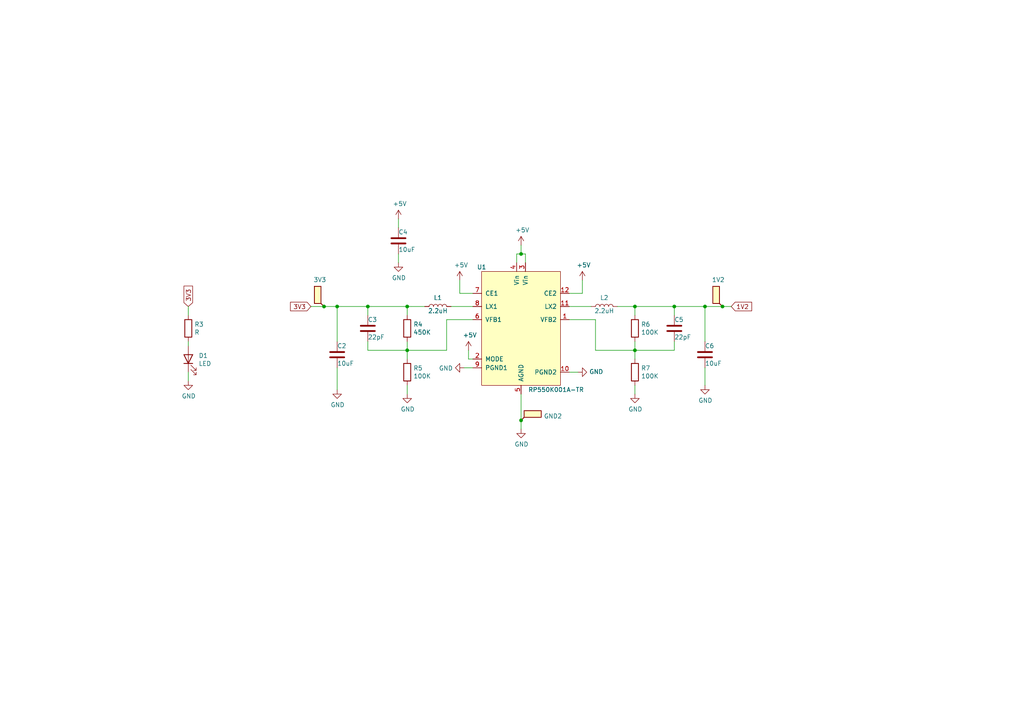
<source format=kicad_sch>
(kicad_sch (version 20211123) (generator eeschema)
  (paper "A4")
  (title_block (title "LoRa Dongle") (company "Mark Njoroge"))
  (lib_symbols
    (symbol "Connector:TestPoint_Flag" (pin_numbers hide) (pin_names (offset 0.762) hide)
      (property "Reference" "TP" (at 3.429 1.778 0))
      (property "Value" "TestPoint_Flag" (at 3.302 4.191 0))
      (symbol "TestPoint_Flag_0_1"
        (polyline (pts (xy 0 0) (xy 0.889 0.889)) (stroke (width 0.254)))
        (rectangle (start 0.889 2.794) (end 5.842 0.889) (stroke (width 0.254)) (fill (type background)))
      )
      (symbol "TestPoint_Flag_1_1"
        (pin passive line (at 0 0 90) (length 0) (name "1") (number "1"))
      )
    )
    (symbol "Device:C" (pin_numbers hide) (pin_names (offset 0.254))
      (property "Reference" "C" (at 0.635 2.54 0))
      (property "Value" "C" (at 0.635 -2.54 0))
      (symbol "C_0_1"
        (polyline (pts (xy -2.032 -0.762) (xy 2.032 -0.762)) (stroke (width 0.508)))
        (polyline (pts (xy -2.032 0.762) (xy 2.032 0.762)) (stroke (width 0.508)))
      )
      (symbol "C_1_1"
        (pin passive line (at 0 3.81 270) (length 2.794) (name "~") (number "1"))
        (pin passive line (at 0 -3.81 90) (length 2.794) (name "~") (number "2"))
      )
    )
    (symbol "Device:L" (pin_numbers hide) (pin_names (offset 1.016) hide)
      (property "Reference" "L" (at -1.27 0 90))
      (property "Value" "L" (at 1.905 0 90))
      (symbol "L_0_1"
        (arc (start 0 -2.54) (mid 0.635 -1.905) (end 0 -1.27))
        (arc (start 0 -1.27) (mid 0.635 -0.635) (end 0 0))
        (arc (start 0 0) (mid 0.635 0.635) (end 0 1.27))
        (arc (start 0 1.27) (mid 0.635 1.905) (end 0 2.54))
      )
      (symbol "L_1_1"
        (pin passive line (at 0 3.81 270) (length 1.27) (name "1") (number "1"))
        (pin passive line (at 0 -3.81 90) (length 1.27) (name "2") (number "2"))
      )
    )
    (symbol "Device:LED" (pin_numbers hide) (pin_names (offset 1.016) hide)
      (property "Reference" "D" (at 0 2.54 0))
      (property "Value" "LED" (at 0 -2.54 0))
      (symbol "LED_0_1"
        (polyline (pts (xy -1.27 -1.27) (xy -1.27 1.27)) (stroke (width 0.254)))
        (polyline (pts (xy -1.27 0) (xy 1.27 0)))
        (polyline (pts (xy 1.27 -1.27) (xy 1.27 1.27) (xy -1.27 0) (xy 1.27 -1.27)) (stroke (width 0.254)))
        (polyline (pts (xy -3.048 -0.762) (xy -4.572 -2.286) (xy -3.81 -2.286) (xy -4.572 -2.286) (xy -4.572 -1.524)))
        (polyline (pts (xy -1.778 -0.762) (xy -3.302 -2.286) (xy -2.54 -2.286) (xy -3.302 -2.286) (xy -3.302 -1.524)))
      )
      (symbol "LED_1_1"
        (pin passive line (at -3.81 0 0) (length 2.54) (name "K") (number "1"))
        (pin passive line (at 3.81 0 180) (length 2.54) (name "A") (number "2"))
      )
    )
    (symbol "Device:R" (pin_numbers hide) (pin_names (offset 0))
      (property "Reference" "R" (at 2.032 0 90))
      (property "Value" "R" (at 0 0 90))
      (symbol "R_0_1"
        (rectangle (start -1.016 -2.54) (end 1.016 2.54) (stroke (width 0.254)))
      )
      (symbol "R_1_1"
        (pin passive line (at 0 3.81 270) (length 1.27) (name "~") (number "1"))
        (pin passive line (at 0 -3.81 90) (length 1.27) (name "~") (number "2"))
      )
    )
    (symbol "LoRaDongle:RP550K0001A-TR" (pin_names (offset 1.016))
      (property "Reference" "U" (at -11.43 19.05 0))
      (property "Value" "RP550K0001A-TR" (at 13.97 19.05 0))
      (symbol "RP550K0001A-TR_0_1"
        (rectangle (start -11.43 17.78) (end 11.43 -15.24) (fill (type background)))
      )
      (symbol "RP550K0001A-TR_1_1"
        (pin passive line (at 13.97 3.81 180) (length 2.54) (name "VFB2") (number "1"))
        (pin input line (at 13.97 -11.43 180) (length 2.54) (name "PGND2") (number "10"))
        (pin passive line (at 13.97 7.62 180) (length 2.54) (name "LX2") (number "11"))
        (pin input line (at 13.97 11.43 180) (length 2.54) (name "CE2") (number "12"))
        (pin input line (at -13.97 -7.62 0) (length 2.54) (name "MODE") (number "2"))
        (pin input line (at 1.27 20.32 270) (length 2.54) (name "Vin") (number "3"))
        (pin input line (at -1.27 20.32 270) (length 2.54) (name "Vin") (number "4"))
        (pin input line (at 0 -17.78 90) (length 2.54) (name "AGND") (number "5"))
        (pin passive line (at -13.97 3.81 0) (length 2.54) (name "VFB1") (number "6"))
        (pin input line (at -13.97 11.43 0) (length 2.54) (name "CE1") (number "7"))
        (pin passive line (at -13.97 7.62 0) (length 2.54) (name "LX1") (number "8"))
        (pin input line (at -13.97 -10.16 0) (length 2.54) (name "PGND1") (number "9"))
      )
    )
    (symbol "power:+5V" (power) (pin_names (offset 0))
      (property "Value" "+5V" (at 0 3.556 0))
      (symbol "+5V_0_1"
        (polyline (pts (xy -0.762 1.27) (xy 0 2.54)))
        (polyline (pts (xy 0 0) (xy 0 2.54)))
        (polyline (pts (xy 0 2.54) (xy 0.762 1.27)))
      )
      (symbol "+5V_1_1"
        (pin power_in line (at 0 0 90) (length 0) hide (name "+5V") (number "1"))
      )
    )
    (symbol "power:GND" (power) (pin_names (offset 0))
      (property "Value" "GND" (at 0 -3.81 0))
      (symbol "GND_0_1"
        (polyline (pts (xy 0 0) (xy 0 -1.27) (xy 1.27 -1.27) (xy 0 -2.54) (xy -1.27 -1.27) (xy 0 -1.27)))
      )
      (symbol "GND_1_1"
        (pin power_in line (at 0 0 270) (length 0) hide (name "GND") (number "1"))
      )
    )
  )
  (junction (at 204.47 88.9))
  (junction (at 106.68 88.9))
  (junction (at 184.15 101.6))
  (junction (at 118.11 88.9))
  (junction (at 151.13 73.66))
  (junction (at 118.11 101.6))
  (junction (at 184.15 88.9))
  (junction (at 195.58 88.9))
  (junction (at 151.13 121.92))
  (junction (at 93.98 88.9))
  (junction (at 97.79 88.9))
  (junction (at 209.55 88.9))
  (wire (pts (xy 151.13 121.92) (xy 151.13 124.46)))
  (wire (pts (xy 204.47 88.9) (xy 209.55 88.9)))
  (wire (pts (xy 165.1 92.71) (xy 172.72 92.71)))
  (wire (pts (xy 137.16 104.14) (xy 135.89 104.14)))
  (wire (pts (xy 184.15 88.9) (xy 184.15 91.44)))
  (wire (pts (xy 172.72 92.71) (xy 172.72 101.6)))
  (wire (pts (xy 115.57 76.2) (xy 115.57 73.66)))
  (wire (pts (xy 115.57 66.04) (xy 115.57 63.5)))
  (wire (pts (xy 179.07 88.9) (xy 184.15 88.9)))
  (wire (pts (xy 118.11 111.76) (xy 118.11 114.3)))
  (wire (pts (xy 54.61 91.44) (xy 54.61 88.9)))
  (wire (pts (xy 118.11 101.6) (xy 118.11 104.14)))
  (wire (pts (xy 149.86 73.66) (xy 151.13 73.66)))
  (wire (pts (xy 118.11 99.06) (xy 118.11 101.6)))
  (wire (pts (xy 195.58 88.9) (xy 204.47 88.9)))
  (wire (pts (xy 106.68 99.06) (xy 106.68 101.6)))
  (wire (pts (xy 134.62 106.68) (xy 137.16 106.68)))
  (wire (pts (xy 195.58 101.6) (xy 195.58 99.06)))
  (wire (pts (xy 54.61 110.49) (xy 54.61 107.95)))
  (wire (pts (xy 152.4 76.2) (xy 152.4 73.66)))
  (wire (pts (xy 184.15 111.76) (xy 184.15 114.3)))
  (wire (pts (xy 118.11 88.9) (xy 118.11 91.44)))
  (wire (pts (xy 151.13 114.3) (xy 151.13 121.92)))
  (wire (pts (xy 97.79 113.03) (xy 97.79 106.68)))
  (wire (pts (xy 165.1 107.95) (xy 167.64 107.95)))
  (wire (pts (xy 93.98 88.9) (xy 97.79 88.9)))
  (wire (pts (xy 184.15 88.9) (xy 195.58 88.9)))
  (wire (pts (xy 172.72 101.6) (xy 184.15 101.6)))
  (wire (pts (xy 209.55 88.9) (xy 212.09 88.9)))
  (wire (pts (xy 195.58 91.44) (xy 195.58 88.9)))
  (wire (pts (xy 165.1 88.9) (xy 171.45 88.9)))
  (wire (pts (xy 123.19 88.9) (xy 118.11 88.9)))
  (wire (pts (xy 151.13 73.66) (xy 151.13 71.12)))
  (wire (pts (xy 204.47 88.9) (xy 204.47 99.06)))
  (wire (pts (xy 165.1 85.09) (xy 168.91 85.09)))
  (wire (pts (xy 97.79 88.9) (xy 106.68 88.9)))
  (wire (pts (xy 152.4 73.66) (xy 151.13 73.66)))
  (wire (pts (xy 204.47 106.68) (xy 204.47 111.76)))
  (wire (pts (xy 129.54 92.71) (xy 137.16 92.71)))
  (wire (pts (xy 106.68 88.9) (xy 106.68 91.44)))
  (wire (pts (xy 168.91 81.28) (xy 168.91 85.09)))
  (wire (pts (xy 118.11 101.6) (xy 129.54 101.6)))
  (wire (pts (xy 97.79 99.06) (xy 97.79 88.9)))
  (wire (pts (xy 184.15 99.06) (xy 184.15 101.6)))
  (wire (pts (xy 137.16 88.9) (xy 130.81 88.9)))
  (wire (pts (xy 90.17 88.9) (xy 93.98 88.9)))
  (wire (pts (xy 149.86 76.2) (xy 149.86 73.66)))
  (wire (pts (xy 106.68 88.9) (xy 118.11 88.9)))
  (wire (pts (xy 184.15 104.14) (xy 184.15 101.6)))
  (wire (pts (xy 135.89 101.6) (xy 135.89 104.14)))
  (wire (pts (xy 133.35 85.09) (xy 133.35 81.28)))
  (wire (pts (xy 184.15 101.6) (xy 195.58 101.6)))
  (wire (pts (xy 129.54 101.6) (xy 129.54 92.71)))
  (wire (pts (xy 54.61 100.33) (xy 54.61 99.06)))
  (wire (pts (xy 106.68 101.6) (xy 118.11 101.6)))
  (wire (pts (xy 137.16 85.09) (xy 133.35 85.09)))
  (global_label "3V3" (shape input) (at 90.17 88.9 180) (property "Intersheet References" "${INTERSHEET_REFS}" (effects hide)))
  (global_label "3V3" (shape input) (at 54.61 88.9 90) (property "Intersheet References" "${INTERSHEET_REFS}" (effects hide)))
  (global_label "1V2" (shape input) (at 212.09 88.9 0) (property "Intersheet References" "${INTERSHEET_REFS}" (effects hide)))
  (symbol (lib_id "LoRaDongle:RP550K0001A-TR") (at 151.13 96.52 0) (unit 1)
    (property "Reference" "U1" (at 139.7 77.47 0))
    (property "Value" "RP550K001A-TR" (at 161.29 113.03 0))
    (property "Footprint" "RP550K001A-TR_KiCad:SON50P270X300X60-13N" (effects hide))
    (property "Description" "BUCK DC/DC CONVERTER DUAL OUTPUT" (effects hide))
    (property "Manufacturer" "Nisshinbo Micro Devices Inc." (effects hide))
    (property "Manufacturer Part Number" "RP550K001A-TR" (effects hide))
    (property "Package" "DFN(PLP)2730-12" (effects hide))
    (property "Type" "SMD" (effects hide))
  )
  (symbol (lib_id "power:+5V") (at 151.13 71.12 0) (unit 1)
    (property "Reference" "#PWR0124" (effects hide))
    (property "Value" "+5V" (at 151.511 66.7258 0))
  )
  (symbol (lib_id "power:GND") (at 151.13 124.46 0) (unit 1)
    (property "Reference" "#PWR0125" (effects hide))
    (property "Value" "GND" (at 151.257 128.8542 0))
  )
  (symbol (lib_id "power:GND") (at 167.64 107.95 90) (unit 1)
    (property "Reference" "#PWR0126" (effects hide))
    (property "Value" "GND" (at 170.8912 107.823 90) (effects (justify right)))
  )
  (symbol (lib_id "power:GND") (at 134.62 106.68 270) (unit 1)
    (property "Reference" "#PWR0127" (effects hide))
    (property "Value" "GND" (at 131.3688 106.807 90) (effects (justify right)))
  )
  (symbol (lib_id "Device:R") (at 184.15 95.25 0) (unit 1)
    (property "Reference" "R6" (at 185.928 94.0816 0) (effects (justify left)))
    (property "Value" "100K" (at 185.928 96.393 0) (effects (justify left)))
    (property "Footprint" "Resistor_SMD:R_0402_1005Metric_Pad0.72x0.64mm_HandSolder" (effects hide))
  )
  (symbol (lib_id "Device:R") (at 184.15 107.95 0) (unit 1)
    (property "Reference" "R7" (at 185.928 106.7816 0) (effects (justify left)))
    (property "Value" "100K" (at 185.928 109.093 0) (effects (justify left)))
    (property "Footprint" "Resistor_SMD:R_0402_1005Metric_Pad0.72x0.64mm_HandSolder" (effects hide))
  )
  (symbol (lib_id "power:GND") (at 184.15 114.3 0) (unit 1)
    (property "Reference" "#PWR0128" (effects hide))
    (property "Value" "GND" (at 184.277 118.6942 0))
  )
  (symbol (lib_id "power:GND") (at 204.47 111.76 0) (unit 1)
    (property "Reference" "#PWR0129" (effects hide))
    (property "Value" "GND" (at 204.597 116.1542 0))
  )
  (symbol (lib_id "Device:R") (at 118.11 95.25 0) (unit 1)
    (property "Reference" "R4" (at 119.888 94.0816 0) (effects (justify left)))
    (property "Value" "450K" (at 119.888 96.393 0) (effects (justify left)))
    (property "Footprint" "Resistor_SMD:R_0402_1005Metric_Pad0.72x0.64mm_HandSolder" (effects hide))
  )
  (symbol (lib_id "Device:R") (at 118.11 107.95 0) (unit 1)
    (property "Reference" "R5" (at 119.888 106.7816 0) (effects (justify left)))
    (property "Value" "100K" (at 119.888 109.093 0) (effects (justify left)))
    (property "Footprint" "Resistor_SMD:R_0402_1005Metric_Pad0.72x0.64mm_HandSolder" (effects hide))
  )
  (symbol (lib_id "Device:C") (at 106.68 95.25 180) (unit 1)
    (property "Reference" "C3" (at 106.68 92.71 0) (effects (justify right)))
    (property "Value" "22pF" (at 106.68 97.79 0) (effects (justify right)))
    (property "Footprint" "Capacitor_SMD:C_0402_1005Metric_Pad0.74x0.62mm_HandSolder" (effects hide))
    (property "Part Number" "GRM1555C1H220FA01D" (effects hide))
    (property "Description" "CAP CER 22PF 50V C0G/NP0 0402" (effects hide))
    (property "Manufacturer" "Murata Electronics" (effects hide))
    (property "Manufacturer Part Number" "GRM1555C1H220FA01D" (effects hide))
    (property "Package" "0402" (effects hide))
    (property "Type" "SMD" (effects hide))
  )
  (symbol (lib_id "Device:C") (at 97.79 102.87 180) (unit 1)
    (property "Reference" "C2" (at 97.79 100.33 0) (effects (justify right)))
    (property "Value" "10uF" (at 97.79 105.41 0) (effects (justify right)))
    (property "Footprint" "Capacitor_SMD:C_0603_1608Metric_Pad1.08x0.95mm_HandSolder" (effects hide))
    (property "Part Number" "GRM188R61E106KA73J" (effects hide))
    (property "Physical size" "0603" (effects hide))
    (property "Manufacturer Part Number" "Out of Stock find New" (effects hide))
    (property "Package" "0603" (effects hide))
    (property "Type" "SMD" (effects hide))
  )
  (symbol (lib_id "power:GND") (at 118.11 114.3 0) (unit 1)
    (property "Reference" "#PWR0130" (effects hide))
    (property "Value" "GND" (at 118.237 118.6942 0))
  )
  (symbol (lib_id "power:GND") (at 97.79 113.03 0) (unit 1)
    (property "Reference" "#PWR0131" (effects hide))
    (property "Value" "GND" (at 97.917 117.4242 0))
  )
  (symbol (lib_id "power:+5V") (at 133.35 81.28 0) (unit 1)
    (property "Reference" "#PWR0132" (effects hide))
    (property "Value" "+5V" (at 133.731 76.8858 0))
  )
  (symbol (lib_id "power:+5V") (at 168.91 81.28 0) (unit 1)
    (property "Reference" "#PWR0133" (effects hide))
    (property "Value" "+5V" (at 169.291 76.8858 0))
  )
  (symbol (lib_id "power:+5V") (at 135.89 101.6 0) (unit 1)
    (property "Reference" "#PWR0134" (effects hide))
    (property "Value" "+5V" (at 136.271 97.2058 0))
  )
  (symbol (lib_id "power:+5V") (at 115.57 63.5 0) (unit 1)
    (property "Reference" "#PWR05" (effects hide))
    (property "Value" "+5V" (at 115.951 59.1058 0))
  )
  (symbol (lib_id "power:GND") (at 115.57 76.2 0) (unit 1)
    (property "Reference" "#PWR06" (effects hide))
    (property "Value" "GND" (at 115.697 80.5942 0))
  )
  (symbol (lib_id "Device:R") (at 54.61 95.25 0) (unit 1)
    (property "Reference" "R3" (at 56.388 94.0816 0) (effects (justify left)))
    (property "Value" "R" (at 56.388 96.393 0) (effects (justify left)))
    (property "Footprint" "Resistor_SMD:R_0402_1005Metric_Pad0.72x0.64mm_HandSolder" (effects hide))
  )
  (symbol (lib_id "Device:LED") (at 54.61 104.14 90) (unit 1)
    (property "Reference" "D1" (at 57.6072 103.1494 90) (effects (justify right)))
    (property "Value" "LED" (at 57.6072 105.4608 90) (effects (justify right)))
    (property "Footprint" "LED_SMD:LED_0603_1608Metric_Pad1.05x0.95mm_HandSolder" (effects hide))
  )
  (symbol (lib_id "power:GND") (at 54.61 110.49 0) (unit 1)
    (property "Reference" "#PWR04" (effects hide))
    (property "Value" "GND" (at 54.737 114.8842 0))
  )
  (symbol (lib_id "Connector:TestPoint_Flag") (at 93.98 88.9 90) (unit 1)
    (property "Reference" "3V3" (at 92.7608 81.153 90))
    (property "Value" "3.3V" (effects hide))
    (property "Footprint" "TestPoint:TestPoint_Pad_D1.0mm" (effects hide))
    (property "Description" "Test Point" (effects hide))
    (property "Manufacturer" "-" (effects hide))
    (property "Manufacturer Part Number" "-" (effects hide))
    (property "Package" "-" (effects hide))
    (property "Type" "-" (effects hide))
  )
  (symbol (lib_id "Connector:TestPoint_Flag") (at 209.55 88.9 90) (unit 1)
    (property "Reference" "1V2" (at 208.3308 81.153 90))
    (property "Value" "1.2V" (effects hide))
    (property "Footprint" "TestPoint:TestPoint_Pad_D1.0mm" (effects hide))
    (property "Description" "Test Point" (effects hide))
    (property "Manufacturer" "-" (effects hide))
    (property "Manufacturer Part Number" "-" (effects hide))
    (property "Package" "-" (effects hide))
    (property "Type" "-" (effects hide))
  )
  (symbol (lib_id "Connector:TestPoint_Flag") (at 151.13 121.92 0) (unit 1)
    (property "Reference" "GND2" (at 157.734 120.7008 0) (effects (justify left)))
    (property "Value" "GND" (effects hide))
    (property "Footprint" "TestPoint:TestPoint_Pad_D1.0mm" (effects hide))
    (property "Description" "Test Point" (effects hide))
    (property "Manufacturer" "-" (effects hide))
    (property "Manufacturer Part Number" "-" (effects hide))
    (property "Package" "-" (effects hide))
    (property "Type" "-" (effects hide))
  )
  (symbol (lib_id "Device:C") (at 204.47 102.87 180) (unit 1)
    (property "Reference" "C6" (at 204.47 100.33 0) (effects (justify right)))
    (property "Value" "10uF" (at 204.47 105.41 0) (effects (justify right)))
    (property "Footprint" "Capacitor_SMD:C_0603_1608Metric_Pad1.08x0.95mm_HandSolder" (effects hide))
    (property "Part Number" "GRM188R61E106KA73J" (effects hide))
    (property "Physical size" "0603" (effects hide))
    (property "Manufacturer Part Number" "Out of Stock find New" (effects hide))
    (property "Package" "0603" (effects hide))
    (property "Type" "SMD" (effects hide))
  )
  (symbol (lib_id "Device:C") (at 195.58 95.25 180) (unit 1)
    (property "Reference" "C5" (at 195.58 92.71 0) (effects (justify right)))
    (property "Value" "22pF" (at 195.58 97.79 0) (effects (justify right)))
    (property "Footprint" "Capacitor_SMD:C_0402_1005Metric_Pad0.74x0.62mm_HandSolder" (effects hide))
    (property "Part Number" "GRM1555C1H220FA01D" (effects hide))
    (property "Description" "CAP CER 22PF 50V C0G/NP0 0402" (effects hide))
    (property "Manufacturer" "Murata Electronics" (effects hide))
    (property "Manufacturer Part Number" "GRM1555C1H220FA01D" (effects hide))
    (property "Package" "0402" (effects hide))
    (property "Type" "SMD" (effects hide))
  )
  (symbol (lib_id "Device:C") (at 115.57 69.85 180) (unit 1)
    (property "Reference" "C4" (at 115.57 67.31 0) (effects (justify right)))
    (property "Value" "10uF" (at 115.57 72.39 0) (effects (justify right)))
    (property "Footprint" "Capacitor_SMD:C_0603_1608Metric_Pad1.08x0.95mm_HandSolder" (effects hide))
    (property "Part Number" "GRM188R61E106KA73J" (effects hide))
    (property "Physical size" "0603" (effects hide))
    (property "Manufacturer Part Number" "Out of Stock find New" (effects hide))
    (property "Package" "0603" (effects hide))
    (property "Type" "SMD" (effects hide))
  )
  (symbol (lib_id "Device:L") (at 175.26 88.9 90) (unit 1)
    (property "Reference" "L2" (at 175.26 86.36 90))
    (property "Value" "2.2uH" (at 175.26 90.17 90))
    (property "Footprint" "Inductor_SMD:L_0603_1608Metric_Pad1.05x0.95mm_HandSolder" (effects hide))
    (property "Part Number" "MCHK1608T2R2MKN" (effects hide))
    (property "Description" "FIXED IND 2.2UH 1.2A 292MOHM SMD" (effects hide))
    (property "Manufacturer" "Taiyo Yuden" (effects hide))
    (property "Manufacturer Part Number" "MCHK1608T2R2MKN" (effects hide))
    (property "Package" "0603" (effects hide))
    (property "Type" "SMD" (effects hide))
  )
  (symbol (lib_id "Device:L") (at 127 88.9 90) (unit 1)
    (property "Reference" "L1" (at 127 86.36 90))
    (property "Value" "2.2uH" (at 127 90.17 90))
    (property "Footprint" "Inductor_SMD:L_0603_1608Metric_Pad1.05x0.95mm_HandSolder" (effects hide))
    (property "Part Number" "MCHK1608T2R2MKN" (effects hide))
    (property "Description" "FIXED IND 2.2UH 1.2A 292MOHM SMD" (effects hide))
    (property "Manufacturer" "Taiyo Yuden" (effects hide))
    (property "Manufacturer Part Number" "MCHK1608T2R2MKN" (effects hide))
    (property "Package" "0603" (effects hide))
    (property "Type" "SMD" (effects hide))
  )
)
</source>
